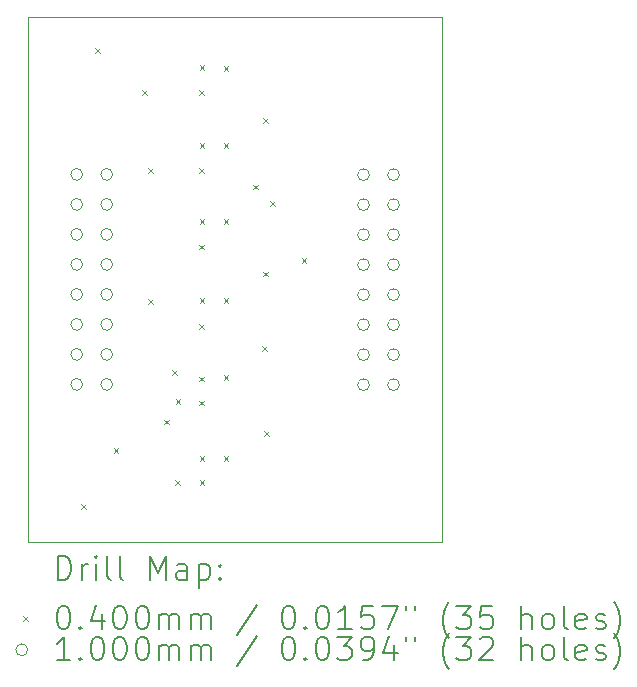
<source format=gbr>
%FSLAX45Y45*%
G04 Gerber Fmt 4.5, Leading zero omitted, Abs format (unit mm)*
G04 Created by KiCad (PCBNEW (6.0.6)) date 2022-08-29 16:01:02*
%MOMM*%
%LPD*%
G01*
G04 APERTURE LIST*
%TA.AperFunction,Profile*%
%ADD10C,0.100000*%
%TD*%
%ADD11C,0.200000*%
%ADD12C,0.040000*%
%ADD13C,0.100000*%
G04 APERTURE END LIST*
D10*
X7526045Y-1522960D02*
X11026045Y-1522960D01*
X11026045Y-1522960D02*
X11026045Y-5972960D01*
X11026045Y-5972960D02*
X7526045Y-5972960D01*
X7526045Y-5972960D02*
X7526045Y-1522960D01*
D11*
D12*
X7975920Y-5649280D02*
X8015920Y-5689280D01*
X8015920Y-5649280D02*
X7975920Y-5689280D01*
X8092760Y-1788480D02*
X8132760Y-1828480D01*
X8132760Y-1788480D02*
X8092760Y-1828480D01*
X8250050Y-5174300D02*
X8290050Y-5214300D01*
X8290050Y-5174300D02*
X8250050Y-5214300D01*
X8493895Y-2143040D02*
X8533895Y-2183040D01*
X8533895Y-2143040D02*
X8493895Y-2183040D01*
X8544880Y-2801940D02*
X8584880Y-2841940D01*
X8584880Y-2801940D02*
X8544880Y-2841940D01*
X8544880Y-3911920D02*
X8584880Y-3951920D01*
X8584880Y-3911920D02*
X8544880Y-3951920D01*
X8679500Y-4933000D02*
X8719500Y-4973000D01*
X8719500Y-4933000D02*
X8679500Y-4973000D01*
X8743000Y-4513900D02*
X8783000Y-4553900D01*
X8783000Y-4513900D02*
X8743000Y-4553900D01*
X8773295Y-5445040D02*
X8813295Y-5485040D01*
X8813295Y-5445040D02*
X8773295Y-5485040D01*
X8774408Y-4761893D02*
X8814408Y-4801893D01*
X8814408Y-4761893D02*
X8774408Y-4801893D01*
X8976495Y-2143040D02*
X9016495Y-2183040D01*
X9016495Y-2143040D02*
X8976495Y-2183040D01*
X8976495Y-2803440D02*
X9016495Y-2843440D01*
X9016495Y-2803440D02*
X8976495Y-2843440D01*
X8976495Y-3451140D02*
X9016495Y-3491140D01*
X9016495Y-3451140D02*
X8976495Y-3491140D01*
X8976495Y-4124240D02*
X9016495Y-4164240D01*
X9016495Y-4124240D02*
X8976495Y-4164240D01*
X8976495Y-4568740D02*
X9016495Y-4608740D01*
X9016495Y-4568740D02*
X8976495Y-4608740D01*
X8976495Y-4771940D02*
X9016495Y-4811940D01*
X9016495Y-4771940D02*
X8976495Y-4811940D01*
X8978395Y-1930800D02*
X9018395Y-1970800D01*
X9018395Y-1930800D02*
X8978395Y-1970800D01*
X8978395Y-2591200D02*
X9018395Y-2631200D01*
X9018395Y-2591200D02*
X8978395Y-2631200D01*
X8978395Y-3238900D02*
X9018395Y-3278900D01*
X9018395Y-3238900D02*
X8978395Y-3278900D01*
X8978395Y-3906700D02*
X9018395Y-3946700D01*
X9018395Y-3906700D02*
X8978395Y-3946700D01*
X8978395Y-5240200D02*
X9018395Y-5280200D01*
X9018395Y-5240200D02*
X8978395Y-5280200D01*
X8978395Y-5447150D02*
X9018395Y-5487150D01*
X9018395Y-5447150D02*
X8978395Y-5487150D01*
X9181595Y-1943500D02*
X9221595Y-1983500D01*
X9221595Y-1943500D02*
X9181595Y-1983500D01*
X9181595Y-2591200D02*
X9221595Y-2631200D01*
X9221595Y-2591200D02*
X9181595Y-2631200D01*
X9181595Y-3238900D02*
X9221595Y-3278900D01*
X9221595Y-3238900D02*
X9181595Y-3278900D01*
X9181595Y-3906700D02*
X9221595Y-3946700D01*
X9221595Y-3906700D02*
X9181595Y-3946700D01*
X9181595Y-4554400D02*
X9221595Y-4594400D01*
X9221595Y-4554400D02*
X9181595Y-4594400D01*
X9181595Y-5240200D02*
X9221595Y-5280200D01*
X9221595Y-5240200D02*
X9181595Y-5280200D01*
X9428800Y-2944180D02*
X9468800Y-2984180D01*
X9468800Y-2944180D02*
X9428800Y-2984180D01*
X9510080Y-4310700D02*
X9550080Y-4350700D01*
X9550080Y-4310700D02*
X9510080Y-4350700D01*
X9512620Y-2380300D02*
X9552620Y-2420300D01*
X9552620Y-2380300D02*
X9512620Y-2420300D01*
X9512620Y-3680780D02*
X9552620Y-3720780D01*
X9552620Y-3680780D02*
X9512620Y-3720780D01*
X9525320Y-5029520D02*
X9565320Y-5069520D01*
X9565320Y-5029520D02*
X9525320Y-5069520D01*
X9575295Y-3082800D02*
X9615295Y-3122800D01*
X9615295Y-3082800D02*
X9575295Y-3122800D01*
X9841995Y-3565400D02*
X9881995Y-3605400D01*
X9881995Y-3565400D02*
X9841995Y-3605400D01*
D13*
X7986645Y-2857500D02*
G75*
G03*
X7986645Y-2857500I-50000J0D01*
G01*
X7986645Y-3111500D02*
G75*
G03*
X7986645Y-3111500I-50000J0D01*
G01*
X7986645Y-3365500D02*
G75*
G03*
X7986645Y-3365500I-50000J0D01*
G01*
X7986645Y-3619500D02*
G75*
G03*
X7986645Y-3619500I-50000J0D01*
G01*
X7986645Y-3873500D02*
G75*
G03*
X7986645Y-3873500I-50000J0D01*
G01*
X7986645Y-4127500D02*
G75*
G03*
X7986645Y-4127500I-50000J0D01*
G01*
X7986645Y-4381500D02*
G75*
G03*
X7986645Y-4381500I-50000J0D01*
G01*
X7986645Y-4635500D02*
G75*
G03*
X7986645Y-4635500I-50000J0D01*
G01*
X8240645Y-2857500D02*
G75*
G03*
X8240645Y-2857500I-50000J0D01*
G01*
X8240645Y-3111500D02*
G75*
G03*
X8240645Y-3111500I-50000J0D01*
G01*
X8240645Y-3365500D02*
G75*
G03*
X8240645Y-3365500I-50000J0D01*
G01*
X8240645Y-3619500D02*
G75*
G03*
X8240645Y-3619500I-50000J0D01*
G01*
X8240645Y-3873500D02*
G75*
G03*
X8240645Y-3873500I-50000J0D01*
G01*
X8240645Y-4127500D02*
G75*
G03*
X8240645Y-4127500I-50000J0D01*
G01*
X8240645Y-4381500D02*
G75*
G03*
X8240645Y-4381500I-50000J0D01*
G01*
X8240645Y-4635500D02*
G75*
G03*
X8240645Y-4635500I-50000J0D01*
G01*
X10415595Y-2860500D02*
G75*
G03*
X10415595Y-2860500I-50000J0D01*
G01*
X10415595Y-3114500D02*
G75*
G03*
X10415595Y-3114500I-50000J0D01*
G01*
X10415595Y-3368500D02*
G75*
G03*
X10415595Y-3368500I-50000J0D01*
G01*
X10415595Y-3622500D02*
G75*
G03*
X10415595Y-3622500I-50000J0D01*
G01*
X10415595Y-3876500D02*
G75*
G03*
X10415595Y-3876500I-50000J0D01*
G01*
X10415595Y-4130500D02*
G75*
G03*
X10415595Y-4130500I-50000J0D01*
G01*
X10415595Y-4384500D02*
G75*
G03*
X10415595Y-4384500I-50000J0D01*
G01*
X10415595Y-4638500D02*
G75*
G03*
X10415595Y-4638500I-50000J0D01*
G01*
X10669595Y-2860500D02*
G75*
G03*
X10669595Y-2860500I-50000J0D01*
G01*
X10669595Y-3114500D02*
G75*
G03*
X10669595Y-3114500I-50000J0D01*
G01*
X10669595Y-3368500D02*
G75*
G03*
X10669595Y-3368500I-50000J0D01*
G01*
X10669595Y-3622500D02*
G75*
G03*
X10669595Y-3622500I-50000J0D01*
G01*
X10669595Y-3876500D02*
G75*
G03*
X10669595Y-3876500I-50000J0D01*
G01*
X10669595Y-4130500D02*
G75*
G03*
X10669595Y-4130500I-50000J0D01*
G01*
X10669595Y-4384500D02*
G75*
G03*
X10669595Y-4384500I-50000J0D01*
G01*
X10669595Y-4638500D02*
G75*
G03*
X10669595Y-4638500I-50000J0D01*
G01*
D11*
X7778664Y-6288436D02*
X7778664Y-6088436D01*
X7826283Y-6088436D01*
X7854854Y-6097960D01*
X7873902Y-6117008D01*
X7883426Y-6136055D01*
X7892950Y-6174150D01*
X7892950Y-6202722D01*
X7883426Y-6240817D01*
X7873902Y-6259865D01*
X7854854Y-6278912D01*
X7826283Y-6288436D01*
X7778664Y-6288436D01*
X7978664Y-6288436D02*
X7978664Y-6155103D01*
X7978664Y-6193198D02*
X7988188Y-6174150D01*
X7997712Y-6164627D01*
X8016759Y-6155103D01*
X8035807Y-6155103D01*
X8102473Y-6288436D02*
X8102473Y-6155103D01*
X8102473Y-6088436D02*
X8092950Y-6097960D01*
X8102473Y-6107484D01*
X8111997Y-6097960D01*
X8102473Y-6088436D01*
X8102473Y-6107484D01*
X8226283Y-6288436D02*
X8207235Y-6278912D01*
X8197712Y-6259865D01*
X8197712Y-6088436D01*
X8331045Y-6288436D02*
X8311997Y-6278912D01*
X8302473Y-6259865D01*
X8302473Y-6088436D01*
X8559616Y-6288436D02*
X8559616Y-6088436D01*
X8626283Y-6231293D01*
X8692950Y-6088436D01*
X8692950Y-6288436D01*
X8873902Y-6288436D02*
X8873902Y-6183674D01*
X8864378Y-6164627D01*
X8845331Y-6155103D01*
X8807235Y-6155103D01*
X8788188Y-6164627D01*
X8873902Y-6278912D02*
X8854855Y-6288436D01*
X8807235Y-6288436D01*
X8788188Y-6278912D01*
X8778664Y-6259865D01*
X8778664Y-6240817D01*
X8788188Y-6221769D01*
X8807235Y-6212246D01*
X8854855Y-6212246D01*
X8873902Y-6202722D01*
X8969140Y-6155103D02*
X8969140Y-6355103D01*
X8969140Y-6164627D02*
X8988188Y-6155103D01*
X9026283Y-6155103D01*
X9045331Y-6164627D01*
X9054855Y-6174150D01*
X9064378Y-6193198D01*
X9064378Y-6250341D01*
X9054855Y-6269388D01*
X9045331Y-6278912D01*
X9026283Y-6288436D01*
X8988188Y-6288436D01*
X8969140Y-6278912D01*
X9150093Y-6269388D02*
X9159616Y-6278912D01*
X9150093Y-6288436D01*
X9140569Y-6278912D01*
X9150093Y-6269388D01*
X9150093Y-6288436D01*
X9150093Y-6164627D02*
X9159616Y-6174150D01*
X9150093Y-6183674D01*
X9140569Y-6174150D01*
X9150093Y-6164627D01*
X9150093Y-6183674D01*
D12*
X7481045Y-6597960D02*
X7521045Y-6637960D01*
X7521045Y-6597960D02*
X7481045Y-6637960D01*
D11*
X7816759Y-6508436D02*
X7835807Y-6508436D01*
X7854854Y-6517960D01*
X7864378Y-6527484D01*
X7873902Y-6546531D01*
X7883426Y-6584627D01*
X7883426Y-6632246D01*
X7873902Y-6670341D01*
X7864378Y-6689388D01*
X7854854Y-6698912D01*
X7835807Y-6708436D01*
X7816759Y-6708436D01*
X7797712Y-6698912D01*
X7788188Y-6689388D01*
X7778664Y-6670341D01*
X7769140Y-6632246D01*
X7769140Y-6584627D01*
X7778664Y-6546531D01*
X7788188Y-6527484D01*
X7797712Y-6517960D01*
X7816759Y-6508436D01*
X7969140Y-6689388D02*
X7978664Y-6698912D01*
X7969140Y-6708436D01*
X7959616Y-6698912D01*
X7969140Y-6689388D01*
X7969140Y-6708436D01*
X8150093Y-6575103D02*
X8150093Y-6708436D01*
X8102473Y-6498912D02*
X8054854Y-6641769D01*
X8178664Y-6641769D01*
X8292950Y-6508436D02*
X8311997Y-6508436D01*
X8331045Y-6517960D01*
X8340569Y-6527484D01*
X8350093Y-6546531D01*
X8359616Y-6584627D01*
X8359616Y-6632246D01*
X8350093Y-6670341D01*
X8340569Y-6689388D01*
X8331045Y-6698912D01*
X8311997Y-6708436D01*
X8292950Y-6708436D01*
X8273902Y-6698912D01*
X8264378Y-6689388D01*
X8254854Y-6670341D01*
X8245331Y-6632246D01*
X8245331Y-6584627D01*
X8254854Y-6546531D01*
X8264378Y-6527484D01*
X8273902Y-6517960D01*
X8292950Y-6508436D01*
X8483426Y-6508436D02*
X8502474Y-6508436D01*
X8521521Y-6517960D01*
X8531045Y-6527484D01*
X8540569Y-6546531D01*
X8550093Y-6584627D01*
X8550093Y-6632246D01*
X8540569Y-6670341D01*
X8531045Y-6689388D01*
X8521521Y-6698912D01*
X8502474Y-6708436D01*
X8483426Y-6708436D01*
X8464378Y-6698912D01*
X8454855Y-6689388D01*
X8445331Y-6670341D01*
X8435807Y-6632246D01*
X8435807Y-6584627D01*
X8445331Y-6546531D01*
X8454855Y-6527484D01*
X8464378Y-6517960D01*
X8483426Y-6508436D01*
X8635807Y-6708436D02*
X8635807Y-6575103D01*
X8635807Y-6594150D02*
X8645331Y-6584627D01*
X8664378Y-6575103D01*
X8692950Y-6575103D01*
X8711997Y-6584627D01*
X8721521Y-6603674D01*
X8721521Y-6708436D01*
X8721521Y-6603674D02*
X8731045Y-6584627D01*
X8750093Y-6575103D01*
X8778664Y-6575103D01*
X8797712Y-6584627D01*
X8807235Y-6603674D01*
X8807235Y-6708436D01*
X8902474Y-6708436D02*
X8902474Y-6575103D01*
X8902474Y-6594150D02*
X8911997Y-6584627D01*
X8931045Y-6575103D01*
X8959616Y-6575103D01*
X8978664Y-6584627D01*
X8988188Y-6603674D01*
X8988188Y-6708436D01*
X8988188Y-6603674D02*
X8997712Y-6584627D01*
X9016759Y-6575103D01*
X9045331Y-6575103D01*
X9064378Y-6584627D01*
X9073902Y-6603674D01*
X9073902Y-6708436D01*
X9464378Y-6498912D02*
X9292950Y-6756055D01*
X9721521Y-6508436D02*
X9740569Y-6508436D01*
X9759616Y-6517960D01*
X9769140Y-6527484D01*
X9778664Y-6546531D01*
X9788188Y-6584627D01*
X9788188Y-6632246D01*
X9778664Y-6670341D01*
X9769140Y-6689388D01*
X9759616Y-6698912D01*
X9740569Y-6708436D01*
X9721521Y-6708436D01*
X9702474Y-6698912D01*
X9692950Y-6689388D01*
X9683426Y-6670341D01*
X9673902Y-6632246D01*
X9673902Y-6584627D01*
X9683426Y-6546531D01*
X9692950Y-6527484D01*
X9702474Y-6517960D01*
X9721521Y-6508436D01*
X9873902Y-6689388D02*
X9883426Y-6698912D01*
X9873902Y-6708436D01*
X9864378Y-6698912D01*
X9873902Y-6689388D01*
X9873902Y-6708436D01*
X10007235Y-6508436D02*
X10026283Y-6508436D01*
X10045331Y-6517960D01*
X10054855Y-6527484D01*
X10064378Y-6546531D01*
X10073902Y-6584627D01*
X10073902Y-6632246D01*
X10064378Y-6670341D01*
X10054855Y-6689388D01*
X10045331Y-6698912D01*
X10026283Y-6708436D01*
X10007235Y-6708436D01*
X9988188Y-6698912D01*
X9978664Y-6689388D01*
X9969140Y-6670341D01*
X9959616Y-6632246D01*
X9959616Y-6584627D01*
X9969140Y-6546531D01*
X9978664Y-6527484D01*
X9988188Y-6517960D01*
X10007235Y-6508436D01*
X10264378Y-6708436D02*
X10150093Y-6708436D01*
X10207235Y-6708436D02*
X10207235Y-6508436D01*
X10188188Y-6537008D01*
X10169140Y-6556055D01*
X10150093Y-6565579D01*
X10445331Y-6508436D02*
X10350093Y-6508436D01*
X10340569Y-6603674D01*
X10350093Y-6594150D01*
X10369140Y-6584627D01*
X10416759Y-6584627D01*
X10435807Y-6594150D01*
X10445331Y-6603674D01*
X10454855Y-6622722D01*
X10454855Y-6670341D01*
X10445331Y-6689388D01*
X10435807Y-6698912D01*
X10416759Y-6708436D01*
X10369140Y-6708436D01*
X10350093Y-6698912D01*
X10340569Y-6689388D01*
X10521521Y-6508436D02*
X10654855Y-6508436D01*
X10569140Y-6708436D01*
X10721521Y-6508436D02*
X10721521Y-6546531D01*
X10797712Y-6508436D02*
X10797712Y-6546531D01*
X11092950Y-6784627D02*
X11083426Y-6775103D01*
X11064378Y-6746531D01*
X11054855Y-6727484D01*
X11045331Y-6698912D01*
X11035807Y-6651293D01*
X11035807Y-6613198D01*
X11045331Y-6565579D01*
X11054855Y-6537008D01*
X11064378Y-6517960D01*
X11083426Y-6489388D01*
X11092950Y-6479865D01*
X11150093Y-6508436D02*
X11273902Y-6508436D01*
X11207235Y-6584627D01*
X11235807Y-6584627D01*
X11254854Y-6594150D01*
X11264378Y-6603674D01*
X11273902Y-6622722D01*
X11273902Y-6670341D01*
X11264378Y-6689388D01*
X11254854Y-6698912D01*
X11235807Y-6708436D01*
X11178664Y-6708436D01*
X11159616Y-6698912D01*
X11150093Y-6689388D01*
X11454854Y-6508436D02*
X11359616Y-6508436D01*
X11350093Y-6603674D01*
X11359616Y-6594150D01*
X11378664Y-6584627D01*
X11426283Y-6584627D01*
X11445331Y-6594150D01*
X11454854Y-6603674D01*
X11464378Y-6622722D01*
X11464378Y-6670341D01*
X11454854Y-6689388D01*
X11445331Y-6698912D01*
X11426283Y-6708436D01*
X11378664Y-6708436D01*
X11359616Y-6698912D01*
X11350093Y-6689388D01*
X11702473Y-6708436D02*
X11702473Y-6508436D01*
X11788188Y-6708436D02*
X11788188Y-6603674D01*
X11778664Y-6584627D01*
X11759616Y-6575103D01*
X11731045Y-6575103D01*
X11711997Y-6584627D01*
X11702473Y-6594150D01*
X11911997Y-6708436D02*
X11892950Y-6698912D01*
X11883426Y-6689388D01*
X11873902Y-6670341D01*
X11873902Y-6613198D01*
X11883426Y-6594150D01*
X11892950Y-6584627D01*
X11911997Y-6575103D01*
X11940569Y-6575103D01*
X11959616Y-6584627D01*
X11969140Y-6594150D01*
X11978664Y-6613198D01*
X11978664Y-6670341D01*
X11969140Y-6689388D01*
X11959616Y-6698912D01*
X11940569Y-6708436D01*
X11911997Y-6708436D01*
X12092950Y-6708436D02*
X12073902Y-6698912D01*
X12064378Y-6679865D01*
X12064378Y-6508436D01*
X12245331Y-6698912D02*
X12226283Y-6708436D01*
X12188188Y-6708436D01*
X12169140Y-6698912D01*
X12159616Y-6679865D01*
X12159616Y-6603674D01*
X12169140Y-6584627D01*
X12188188Y-6575103D01*
X12226283Y-6575103D01*
X12245331Y-6584627D01*
X12254854Y-6603674D01*
X12254854Y-6622722D01*
X12159616Y-6641769D01*
X12331045Y-6698912D02*
X12350093Y-6708436D01*
X12388188Y-6708436D01*
X12407235Y-6698912D01*
X12416759Y-6679865D01*
X12416759Y-6670341D01*
X12407235Y-6651293D01*
X12388188Y-6641769D01*
X12359616Y-6641769D01*
X12340569Y-6632246D01*
X12331045Y-6613198D01*
X12331045Y-6603674D01*
X12340569Y-6584627D01*
X12359616Y-6575103D01*
X12388188Y-6575103D01*
X12407235Y-6584627D01*
X12483426Y-6784627D02*
X12492950Y-6775103D01*
X12511997Y-6746531D01*
X12521521Y-6727484D01*
X12531045Y-6698912D01*
X12540569Y-6651293D01*
X12540569Y-6613198D01*
X12531045Y-6565579D01*
X12521521Y-6537008D01*
X12511997Y-6517960D01*
X12492950Y-6489388D01*
X12483426Y-6479865D01*
D13*
X7521045Y-6881960D02*
G75*
G03*
X7521045Y-6881960I-50000J0D01*
G01*
D11*
X7883426Y-6972436D02*
X7769140Y-6972436D01*
X7826283Y-6972436D02*
X7826283Y-6772436D01*
X7807235Y-6801008D01*
X7788188Y-6820055D01*
X7769140Y-6829579D01*
X7969140Y-6953388D02*
X7978664Y-6962912D01*
X7969140Y-6972436D01*
X7959616Y-6962912D01*
X7969140Y-6953388D01*
X7969140Y-6972436D01*
X8102473Y-6772436D02*
X8121521Y-6772436D01*
X8140569Y-6781960D01*
X8150093Y-6791484D01*
X8159616Y-6810531D01*
X8169140Y-6848627D01*
X8169140Y-6896246D01*
X8159616Y-6934341D01*
X8150093Y-6953388D01*
X8140569Y-6962912D01*
X8121521Y-6972436D01*
X8102473Y-6972436D01*
X8083426Y-6962912D01*
X8073902Y-6953388D01*
X8064378Y-6934341D01*
X8054854Y-6896246D01*
X8054854Y-6848627D01*
X8064378Y-6810531D01*
X8073902Y-6791484D01*
X8083426Y-6781960D01*
X8102473Y-6772436D01*
X8292950Y-6772436D02*
X8311997Y-6772436D01*
X8331045Y-6781960D01*
X8340569Y-6791484D01*
X8350093Y-6810531D01*
X8359616Y-6848627D01*
X8359616Y-6896246D01*
X8350093Y-6934341D01*
X8340569Y-6953388D01*
X8331045Y-6962912D01*
X8311997Y-6972436D01*
X8292950Y-6972436D01*
X8273902Y-6962912D01*
X8264378Y-6953388D01*
X8254854Y-6934341D01*
X8245331Y-6896246D01*
X8245331Y-6848627D01*
X8254854Y-6810531D01*
X8264378Y-6791484D01*
X8273902Y-6781960D01*
X8292950Y-6772436D01*
X8483426Y-6772436D02*
X8502474Y-6772436D01*
X8521521Y-6781960D01*
X8531045Y-6791484D01*
X8540569Y-6810531D01*
X8550093Y-6848627D01*
X8550093Y-6896246D01*
X8540569Y-6934341D01*
X8531045Y-6953388D01*
X8521521Y-6962912D01*
X8502474Y-6972436D01*
X8483426Y-6972436D01*
X8464378Y-6962912D01*
X8454855Y-6953388D01*
X8445331Y-6934341D01*
X8435807Y-6896246D01*
X8435807Y-6848627D01*
X8445331Y-6810531D01*
X8454855Y-6791484D01*
X8464378Y-6781960D01*
X8483426Y-6772436D01*
X8635807Y-6972436D02*
X8635807Y-6839103D01*
X8635807Y-6858150D02*
X8645331Y-6848627D01*
X8664378Y-6839103D01*
X8692950Y-6839103D01*
X8711997Y-6848627D01*
X8721521Y-6867674D01*
X8721521Y-6972436D01*
X8721521Y-6867674D02*
X8731045Y-6848627D01*
X8750093Y-6839103D01*
X8778664Y-6839103D01*
X8797712Y-6848627D01*
X8807235Y-6867674D01*
X8807235Y-6972436D01*
X8902474Y-6972436D02*
X8902474Y-6839103D01*
X8902474Y-6858150D02*
X8911997Y-6848627D01*
X8931045Y-6839103D01*
X8959616Y-6839103D01*
X8978664Y-6848627D01*
X8988188Y-6867674D01*
X8988188Y-6972436D01*
X8988188Y-6867674D02*
X8997712Y-6848627D01*
X9016759Y-6839103D01*
X9045331Y-6839103D01*
X9064378Y-6848627D01*
X9073902Y-6867674D01*
X9073902Y-6972436D01*
X9464378Y-6762912D02*
X9292950Y-7020055D01*
X9721521Y-6772436D02*
X9740569Y-6772436D01*
X9759616Y-6781960D01*
X9769140Y-6791484D01*
X9778664Y-6810531D01*
X9788188Y-6848627D01*
X9788188Y-6896246D01*
X9778664Y-6934341D01*
X9769140Y-6953388D01*
X9759616Y-6962912D01*
X9740569Y-6972436D01*
X9721521Y-6972436D01*
X9702474Y-6962912D01*
X9692950Y-6953388D01*
X9683426Y-6934341D01*
X9673902Y-6896246D01*
X9673902Y-6848627D01*
X9683426Y-6810531D01*
X9692950Y-6791484D01*
X9702474Y-6781960D01*
X9721521Y-6772436D01*
X9873902Y-6953388D02*
X9883426Y-6962912D01*
X9873902Y-6972436D01*
X9864378Y-6962912D01*
X9873902Y-6953388D01*
X9873902Y-6972436D01*
X10007235Y-6772436D02*
X10026283Y-6772436D01*
X10045331Y-6781960D01*
X10054855Y-6791484D01*
X10064378Y-6810531D01*
X10073902Y-6848627D01*
X10073902Y-6896246D01*
X10064378Y-6934341D01*
X10054855Y-6953388D01*
X10045331Y-6962912D01*
X10026283Y-6972436D01*
X10007235Y-6972436D01*
X9988188Y-6962912D01*
X9978664Y-6953388D01*
X9969140Y-6934341D01*
X9959616Y-6896246D01*
X9959616Y-6848627D01*
X9969140Y-6810531D01*
X9978664Y-6791484D01*
X9988188Y-6781960D01*
X10007235Y-6772436D01*
X10140569Y-6772436D02*
X10264378Y-6772436D01*
X10197712Y-6848627D01*
X10226283Y-6848627D01*
X10245331Y-6858150D01*
X10254855Y-6867674D01*
X10264378Y-6886722D01*
X10264378Y-6934341D01*
X10254855Y-6953388D01*
X10245331Y-6962912D01*
X10226283Y-6972436D01*
X10169140Y-6972436D01*
X10150093Y-6962912D01*
X10140569Y-6953388D01*
X10359616Y-6972436D02*
X10397712Y-6972436D01*
X10416759Y-6962912D01*
X10426283Y-6953388D01*
X10445331Y-6924817D01*
X10454855Y-6886722D01*
X10454855Y-6810531D01*
X10445331Y-6791484D01*
X10435807Y-6781960D01*
X10416759Y-6772436D01*
X10378664Y-6772436D01*
X10359616Y-6781960D01*
X10350093Y-6791484D01*
X10340569Y-6810531D01*
X10340569Y-6858150D01*
X10350093Y-6877198D01*
X10359616Y-6886722D01*
X10378664Y-6896246D01*
X10416759Y-6896246D01*
X10435807Y-6886722D01*
X10445331Y-6877198D01*
X10454855Y-6858150D01*
X10626283Y-6839103D02*
X10626283Y-6972436D01*
X10578664Y-6762912D02*
X10531045Y-6905769D01*
X10654855Y-6905769D01*
X10721521Y-6772436D02*
X10721521Y-6810531D01*
X10797712Y-6772436D02*
X10797712Y-6810531D01*
X11092950Y-7048627D02*
X11083426Y-7039103D01*
X11064378Y-7010531D01*
X11054855Y-6991484D01*
X11045331Y-6962912D01*
X11035807Y-6915293D01*
X11035807Y-6877198D01*
X11045331Y-6829579D01*
X11054855Y-6801008D01*
X11064378Y-6781960D01*
X11083426Y-6753388D01*
X11092950Y-6743865D01*
X11150093Y-6772436D02*
X11273902Y-6772436D01*
X11207235Y-6848627D01*
X11235807Y-6848627D01*
X11254854Y-6858150D01*
X11264378Y-6867674D01*
X11273902Y-6886722D01*
X11273902Y-6934341D01*
X11264378Y-6953388D01*
X11254854Y-6962912D01*
X11235807Y-6972436D01*
X11178664Y-6972436D01*
X11159616Y-6962912D01*
X11150093Y-6953388D01*
X11350093Y-6791484D02*
X11359616Y-6781960D01*
X11378664Y-6772436D01*
X11426283Y-6772436D01*
X11445331Y-6781960D01*
X11454854Y-6791484D01*
X11464378Y-6810531D01*
X11464378Y-6829579D01*
X11454854Y-6858150D01*
X11340569Y-6972436D01*
X11464378Y-6972436D01*
X11702473Y-6972436D02*
X11702473Y-6772436D01*
X11788188Y-6972436D02*
X11788188Y-6867674D01*
X11778664Y-6848627D01*
X11759616Y-6839103D01*
X11731045Y-6839103D01*
X11711997Y-6848627D01*
X11702473Y-6858150D01*
X11911997Y-6972436D02*
X11892950Y-6962912D01*
X11883426Y-6953388D01*
X11873902Y-6934341D01*
X11873902Y-6877198D01*
X11883426Y-6858150D01*
X11892950Y-6848627D01*
X11911997Y-6839103D01*
X11940569Y-6839103D01*
X11959616Y-6848627D01*
X11969140Y-6858150D01*
X11978664Y-6877198D01*
X11978664Y-6934341D01*
X11969140Y-6953388D01*
X11959616Y-6962912D01*
X11940569Y-6972436D01*
X11911997Y-6972436D01*
X12092950Y-6972436D02*
X12073902Y-6962912D01*
X12064378Y-6943865D01*
X12064378Y-6772436D01*
X12245331Y-6962912D02*
X12226283Y-6972436D01*
X12188188Y-6972436D01*
X12169140Y-6962912D01*
X12159616Y-6943865D01*
X12159616Y-6867674D01*
X12169140Y-6848627D01*
X12188188Y-6839103D01*
X12226283Y-6839103D01*
X12245331Y-6848627D01*
X12254854Y-6867674D01*
X12254854Y-6886722D01*
X12159616Y-6905769D01*
X12331045Y-6962912D02*
X12350093Y-6972436D01*
X12388188Y-6972436D01*
X12407235Y-6962912D01*
X12416759Y-6943865D01*
X12416759Y-6934341D01*
X12407235Y-6915293D01*
X12388188Y-6905769D01*
X12359616Y-6905769D01*
X12340569Y-6896246D01*
X12331045Y-6877198D01*
X12331045Y-6867674D01*
X12340569Y-6848627D01*
X12359616Y-6839103D01*
X12388188Y-6839103D01*
X12407235Y-6848627D01*
X12483426Y-7048627D02*
X12492950Y-7039103D01*
X12511997Y-7010531D01*
X12521521Y-6991484D01*
X12531045Y-6962912D01*
X12540569Y-6915293D01*
X12540569Y-6877198D01*
X12531045Y-6829579D01*
X12521521Y-6801008D01*
X12511997Y-6781960D01*
X12492950Y-6753388D01*
X12483426Y-6743865D01*
M02*

</source>
